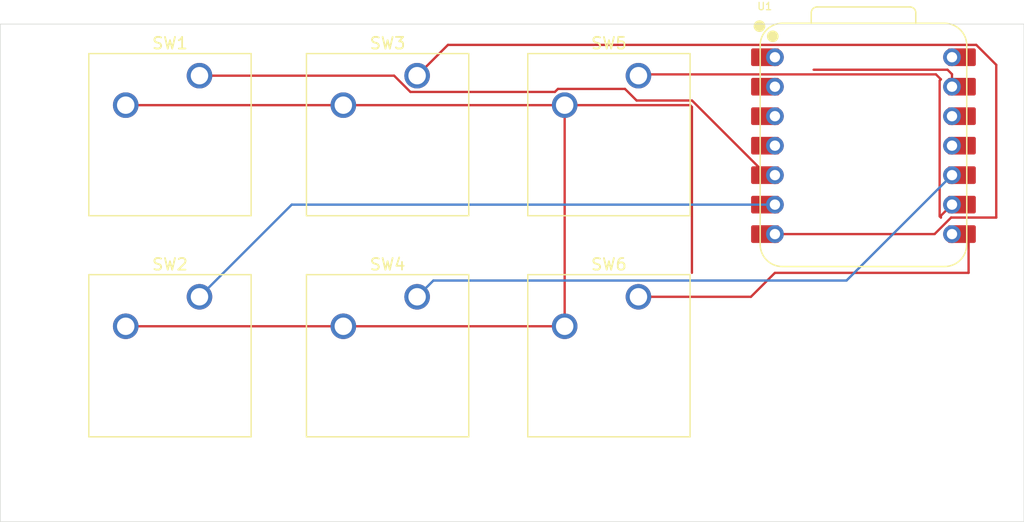
<source format=kicad_pcb>
(kicad_pcb (version 20240108) (generator "pcbnew") (generator_version "8.0")
  (layers (0 "F.Cu" signal) (31 "B.Cu" signal) (34 "B.Paste" user) (35 "F.Paste" user) (36 "B.SilkS" user "B.Silkscreen") (37 "F.SilkS" user "F.Silkscreen") (38 "B.Mask" user) (39 "F.Mask" user) (44 "Edge.Cuts" user))
  (net 0 "")
  (net 1 "GND")
  (net 2 "Net-(U1-GPIO6{slash}SDA)")
  (net 3 "Net-(U1-GPIO7{slash}SCL)")
  (net 4 "Net-(U1-GPIO0{slash}TX)")
  (net 5 "Net-(U1-GPIO4{slash}MISO)")
  (net 6 "Net-(U1-GPIO2{slash}SCK)")
  (net 7 "Net-(U1-GPIO1{slash}RX)")
  (net 8 "+5V")
  (footprint "Button_Switch_Keyboard:SW_Cherry_MX_1.00u_PCB" (layer "F.Cu") (at 67.15125 52.07)
    (property "Reference" "SW1" (at -2.54 -2.794 0) (layer "F.SilkS"))
    (property "Value" "SW_Push")
    (fp_line (start -9.525 -1.905) (end 4.445 -1.905) (stroke (width 0.12)) (layer "F.SilkS"))
    (fp_line (start -9.525 12.065) (end -9.525 -1.905) (stroke (width 0.12)) (layer "F.SilkS"))
    (fp_line (start 4.445 -1.905) (end 4.445 12.065) (stroke (width 0.12)) (layer "F.SilkS"))
    (fp_line (start 4.445 12.065) (end -9.525 12.065) (stroke (width 0.12)) (layer "F.SilkS"))
    (pad "" np_thru_hole circle (at -7.62 5.08) (size 1.7 1.7) (drill 1.7) (layers "*.Cu" "*.Mask"))
    (pad "" np_thru_hole circle (at -2.54 5.08) (size 4 4) (drill 4) (layers "*.Cu" "*.Mask"))
    (pad "" np_thru_hole circle (at 2.54 5.08) (size 1.7 1.7) (drill 1.7) (layers "*.Cu" "*.Mask"))
    (pad "1" thru_hole circle (at 0 0) (size 2.2 2.2) (drill 1.5) (layers "*.Cu" "*.Mask") (net 2 "Net-(U1-GPIO6{slash}SDA)"))
    (pad "2" thru_hole circle (at -6.35 2.54) (size 2.2 2.2) (drill 1.5) (layers "*.Cu" "*.Mask") (net 1 "GND"))
  )
  (footprint "Button_Switch_Keyboard:SW_Cherry_MX_1.00u_PCB" (layer "F.Cu") (at 85.88375 52.07)
    (property "Reference" "SW3" (at -2.54 -2.794 0) (layer "F.SilkS"))
    (property "Value" "SW_Push")
    (fp_line (start -9.525 -1.905) (end 4.445 -1.905) (stroke (width 0.12)) (layer "F.SilkS"))
    (fp_line (start -9.525 12.065) (end -9.525 -1.905) (stroke (width 0.12)) (layer "F.SilkS"))
    (fp_line (start 4.445 -1.905) (end 4.445 12.065) (stroke (width 0.12)) (layer "F.SilkS"))
    (fp_line (start 4.445 12.065) (end -9.525 12.065) (stroke (width 0.12)) (layer "F.SilkS"))
    (pad "" np_thru_hole circle (at -7.62 5.08) (size 1.7 1.7) (drill 1.7) (layers "*.Cu" "*.Mask"))
    (pad "" np_thru_hole circle (at -2.54 5.08) (size 4 4) (drill 4) (layers "*.Cu" "*.Mask"))
    (pad "" np_thru_hole circle (at 2.54 5.08) (size 1.7 1.7) (drill 1.7) (layers "*.Cu" "*.Mask"))
    (pad "1" thru_hole circle (at 0 0) (size 2.2 2.2) (drill 1.5) (layers "*.Cu" "*.Mask") (net 4 "Net-(U1-GPIO0{slash}TX)"))
    (pad "2" thru_hole circle (at -6.35 2.54) (size 2.2 2.2) (drill 1.5) (layers "*.Cu" "*.Mask") (net 1 "GND"))
  )
  (footprint "Button_Switch_Keyboard:SW_Cherry_MX_1.00u_PCB" (layer "F.Cu") (at 104.93375 52.07)
    (property "Reference" "SW5" (at -2.54 -2.794 0) (layer "F.SilkS"))
    (property "Value" "SW_Push")
    (fp_line (start -9.525 -1.905) (end 4.445 -1.905) (stroke (width 0.12)) (layer "F.SilkS"))
    (fp_line (start -9.525 12.065) (end -9.525 -1.905) (stroke (width 0.12)) (layer "F.SilkS"))
    (fp_line (start 4.445 -1.905) (end 4.445 12.065) (stroke (width 0.12)) (layer "F.SilkS"))
    (fp_line (start 4.445 12.065) (end -9.525 12.065) (stroke (width 0.12)) (layer "F.SilkS"))
    (pad "" np_thru_hole circle (at -7.62 5.08) (size 1.7 1.7) (drill 1.7) (layers "*.Cu" "*.Mask"))
    (pad "" np_thru_hole circle (at -2.54 5.08) (size 4 4) (drill 4) (layers "*.Cu" "*.Mask"))
    (pad "" np_thru_hole circle (at 2.54 5.08) (size 1.7 1.7) (drill 1.7) (layers "*.Cu" "*.Mask"))
    (pad "1" thru_hole circle (at 0 0) (size 2.2 2.2) (drill 1.5) (layers "*.Cu" "*.Mask") (net 6 "Net-(U1-GPIO2{slash}SCK)"))
    (pad "2" thru_hole circle (at -6.35 2.54) (size 2.2 2.2) (drill 1.5) (layers "*.Cu" "*.Mask") (net 1 "GND"))
  )
  (footprint "Button_Switch_Keyboard:SW_Cherry_MX_1.00u_PCB" (layer "F.Cu") (at 85.88375 71.12)
    (property "Reference" "SW4" (at -2.54 -2.794 0) (layer "F.SilkS"))
    (property "Value" "SW_Push")
    (fp_line (start -9.525 -1.905) (end 4.445 -1.905) (stroke (width 0.12)) (layer "F.SilkS"))
    (fp_line (start -9.525 12.065) (end -9.525 -1.905) (stroke (width 0.12)) (layer "F.SilkS"))
    (fp_line (start 4.445 -1.905) (end 4.445 12.065) (stroke (width 0.12)) (layer "F.SilkS"))
    (fp_line (start 4.445 12.065) (end -9.525 12.065) (stroke (width 0.12)) (layer "F.SilkS"))
    (pad "" np_thru_hole circle (at -7.62 5.08) (size 1.7 1.7) (drill 1.7) (layers "*.Cu" "*.Mask"))
    (pad "" np_thru_hole circle (at -2.54 5.08) (size 4 4) (drill 4) (layers "*.Cu" "*.Mask"))
    (pad "" np_thru_hole circle (at 2.54 5.08) (size 1.7 1.7) (drill 1.7) (layers "*.Cu" "*.Mask"))
    (pad "1" thru_hole circle (at 0 0) (size 2.2 2.2) (drill 1.5) (layers "*.Cu" "*.Mask") (net 5 "Net-(U1-GPIO4{slash}MISO)"))
    (pad "2" thru_hole circle (at -6.35 2.54) (size 2.2 2.2) (drill 1.5) (layers "*.Cu" "*.Mask") (net 1 "GND"))
  )
  (footprint "Seeed Studio XIAO Series Library:XIAO-RP2040-DIP" (layer "F.Cu") (at 124.30125 58.1)
    (property "Reference" "U1" (at -8.5 -12 0) (layer "F.SilkS") (effects (font (size 0.635 0.635) (thickness 0.1016))))
    (property "Value" "XIAO-RP2040-DIP")
    (fp_line (start -8.89 8.509) (end -8.89 -8.636) (stroke (width 0.127)) (layer "F.SilkS"))
    (fp_line (start -6.985 10.414) (end 6.985 10.414) (stroke (width 0.127)) (layer "F.SilkS"))
    (fp_line (start -4.495 -10.541) (end -4.491272 -11.451272) (stroke (width 0.127)) (layer "F.SilkS"))
    (fp_line (start -3.991272 -11.951) (end 4.004 -11.951) (stroke (width 0.127)) (layer "F.SilkS"))
    (fp_line (start 4.504 -11.451) (end 4.504 -10.541) (stroke (width 0.127)) (layer "F.SilkS"))
    (fp_line (start 6.985 -10.541) (end -6.985 -10.541) (stroke (width 0.1)) (layer "F.SilkS"))
    (fp_line (start 6.985 -10.541) (end -6.985 -10.541) (stroke (width 0.127)) (layer "F.SilkS"))
    (fp_line (start 8.89 8.509) (end 8.89 -8.636) (stroke (width 0.127)) (layer "F.SilkS"))
    (fp_arc (start -8.89 -8.636) (mid -8.332038 -9.983038) (end -6.985 -10.541) (stroke (width 0.127)) (layer "F.SilkS"))
    (fp_arc (start -6.985 10.414) (mid -8.332038 9.856038) (end -8.89 8.509) (stroke (width 0.127)) (layer "F.SilkS"))
    (fp_arc (start -4.491272 -11.451272) (mid -4.344724 -11.804644) (end -3.991272 -11.951) (stroke (width 0.127)) (layer "F.SilkS"))
    (fp_arc (start 4.004 -11.951) (mid 4.357553 -11.804553) (end 4.504 -11.451) (stroke (width 0.127)) (layer "F.SilkS"))
    (fp_arc (start 6.985 -10.541) (mid 8.332038 -9.983038) (end 8.89 -8.636) (stroke (width 0.127)) (layer "F.SilkS"))
    (fp_arc (start 8.89 8.509) (mid 8.332038 9.856038) (end 6.985 10.414) (stroke (width 0.127)) (layer "F.SilkS"))
    (fp_circle (center -8.95 -10.3) (end -8.95 -10.554) (stroke (width 0.5)) (fill solid) (layer "F.SilkS"))
    (fp_circle (center -7.807 -9.42) (end -7.807 -9.674) (stroke (width 0.5)) (fill solid) (layer "F.SilkS"))
    (pad "1" smd roundrect (at -8.455 -7.62 180) (size 2.432 1.524) (layers "F.Cu" "F.Mask") (roundrect_rratio 0.1))
    (pad "1" thru_hole circle (at -7.62 -7.62 180) (size 1.524 1.524) (drill 0.889) (layers "*.Cu" "*.Mask"))
    (pad "2" smd roundrect (at -8.455 -5.08 180) (size 2.432 1.524) (layers "F.Cu" "F.Mask") (roundrect_rratio 0.1))
    (pad "2" thru_hole circle (at -7.62 -5.08 180) (size 1.524 1.524) (drill 0.889) (layers "*.Cu" "*.Mask"))
    (pad "3" smd roundrect (at -8.455 -2.54 180) (size 2.432 1.524) (layers "F.Cu" "F.Mask") (roundrect_rratio 0.1))
    (pad "3" thru_hole circle (at -7.62 -2.54 180) (size 1.524 1.524) (drill 0.889) (layers "*.Cu" "*.Mask"))
    (pad "4" smd roundrect (at -8.455 0 180) (size 2.432 1.524) (layers "F.Cu" "F.Mask") (roundrect_rratio 0.1))
    (pad "4" thru_hole circle (at -7.62 0 180) (size 1.524 1.524) (drill 0.889) (layers "*.Cu" "*.Mask"))
    (pad "5" smd roundrect (at -8.455 2.54 180) (size 2.432 1.524) (layers "F.Cu" "F.Mask") (roundrect_rratio 0.1) (net 2 "Net-(U1-GPIO6{slash}SDA)"))
    (pad "5" thru_hole circle (at -7.62 2.54 180) (size 1.524 1.524) (drill 0.889) (layers "*.Cu" "*.Mask") (net 2 "Net-(U1-GPIO6{slash}SDA)"))
    (pad "6" smd roundrect (at -8.455 5.08 180) (size 2.432 1.524) (layers "F.Cu" "F.Mask") (roundrect_rratio 0.1) (net 3 "Net-(U1-GPIO7{slash}SCL)"))
    (pad "6" thru_hole circle (at -7.62 5.08 180) (size 1.524 1.524) (drill 0.889) (layers "*.Cu" "*.Mask") (net 3 "Net-(U1-GPIO7{slash}SCL)"))
    (pad "7" smd roundrect (at -8.455 7.62 180) (size 2.432 1.524) (layers "F.Cu" "F.Mask") (roundrect_rratio 0.1) (net 4 "Net-(U1-GPIO0{slash}TX)"))
    (pad "7" thru_hole circle (at -7.62 7.62 180) (size 1.524 1.524) (drill 0.889) (layers "*.Cu" "*.Mask") (net 4 "Net-(U1-GPIO0{slash}TX)"))
    (pad "8" thru_hole circle (at 7.62 7.62) (size 1.524 1.524) (drill 0.889) (layers "*.Cu" "*.Mask") (net 7 "Net-(U1-GPIO1{slash}RX)"))
    (pad "8" smd roundrect (at 8.455 7.62) (size 2.432 1.524) (layers "F.Cu" "F.Mask") (roundrect_rratio 0.1) (net 7 "Net-(U1-GPIO1{slash}RX)"))
    (pad "9" thru_hole circle (at 7.62 5.08) (size 1.524 1.524) (drill 0.889) (layers "*.Cu" "*.Mask") (net 6 "Net-(U1-GPIO2{slash}SCK)"))
    (pad "9" smd roundrect (at 8.455 5.08) (size 2.432 1.524) (layers "F.Cu" "F.Mask") (roundrect_rratio 0.1) (net 6 "Net-(U1-GPIO2{slash}SCK)"))
    (pad "10" thru_hole circle (at 7.62 2.54) (size 1.524 1.524) (drill 0.889) (layers "*.Cu" "*.Mask") (net 5 "Net-(U1-GPIO4{slash}MISO)"))
    (pad "10" smd roundrect (at 8.455 2.54) (size 2.432 1.524) (layers "F.Cu" "F.Mask") (roundrect_rratio 0.1) (net 5 "Net-(U1-GPIO4{slash}MISO)"))
    (pad "11" thru_hole circle (at 7.62 0) (size 1.524 1.524) (drill 0.889) (layers "*.Cu" "*.Mask"))
    (pad "11" smd roundrect (at 8.455 0) (size 2.432 1.524) (layers "F.Cu" "F.Mask") (roundrect_rratio 0.1))
    (pad "12" thru_hole circle (at 7.62 -2.54) (size 1.524 1.524) (drill 0.889) (layers "*.Cu" "*.Mask"))
    (pad "12" smd roundrect (at 8.455 -2.54) (size 2.432 1.524) (layers "F.Cu" "F.Mask") (roundrect_rratio 0.1))
    (pad "13" thru_hole circle (at 7.62 -5.08) (size 1.524 1.524) (drill 0.889) (layers "*.Cu" "*.Mask") (net 1 "GND"))
    (pad "13" smd roundrect (at 8.455 -5.08) (size 2.432 1.524) (layers "F.Cu" "F.Mask") (roundrect_rratio 0.1) (net 1 "GND"))
    (pad "14" thru_hole circle (at 7.62 -7.62) (size 1.524 1.524) (drill 0.889) (layers "*.Cu" "*.Mask") (net 8 "+5V"))
    (pad "14" smd roundrect (at 8.455 -7.62) (size 2.432 1.524) (layers "F.Cu" "F.Mask") (roundrect_rratio 0.1) (net 8 "+5V"))
  )
  (footprint "Button_Switch_Keyboard:SW_Cherry_MX_1.00u_PCB" (layer "F.Cu") (at 67.15125 71.12)
    (property "Reference" "SW2" (at -2.54 -2.794 0) (layer "F.SilkS"))
    (property "Value" "SW_Push")
    (fp_line (start -9.525 -1.905) (end 4.445 -1.905) (stroke (width 0.12)) (layer "F.SilkS"))
    (fp_line (start -9.525 12.065) (end -9.525 -1.905) (stroke (width 0.12)) (layer "F.SilkS"))
    (fp_line (start 4.445 -1.905) (end 4.445 12.065) (stroke (width 0.12)) (layer "F.SilkS"))
    (fp_line (start 4.445 12.065) (end -9.525 12.065) (stroke (width 0.12)) (layer "F.SilkS"))
    (pad "" np_thru_hole circle (at -7.62 5.08) (size 1.7 1.7) (drill 1.7) (layers "*.Cu" "*.Mask"))
    (pad "" np_thru_hole circle (at -2.54 5.08) (size 4 4) (drill 4) (layers "*.Cu" "*.Mask"))
    (pad "" np_thru_hole circle (at 2.54 5.08) (size 1.7 1.7) (drill 1.7) (layers "*.Cu" "*.Mask"))
    (pad "1" thru_hole circle (at 0 0) (size 2.2 2.2) (drill 1.5) (layers "*.Cu" "*.Mask") (net 3 "Net-(U1-GPIO7{slash}SCL)"))
    (pad "2" thru_hole circle (at -6.35 2.54) (size 2.2 2.2) (drill 1.5) (layers "*.Cu" "*.Mask") (net 1 "GND"))
  )
  (footprint "Button_Switch_Keyboard:SW_Cherry_MX_1.00u_PCB" (layer "F.Cu") (at 104.93375 71.12)
    (property "Reference" "SW6" (at -2.54 -2.794 0) (layer "F.SilkS"))
    (property "Value" "SW_Push")
    (fp_line (start -9.525 -1.905) (end 4.445 -1.905) (stroke (width 0.12)) (layer "F.SilkS"))
    (fp_line (start -9.525 12.065) (end -9.525 -1.905) (stroke (width 0.12)) (layer "F.SilkS"))
    (fp_line (start 4.445 -1.905) (end 4.445 12.065) (stroke (width 0.12)) (layer "F.SilkS"))
    (fp_line (start 4.445 12.065) (end -9.525 12.065) (stroke (width 0.12)) (layer "F.SilkS"))
    (pad "" np_thru_hole circle (at -7.62 5.08) (size 1.7 1.7) (drill 1.7) (layers "*.Cu" "*.Mask"))
    (pad "" np_thru_hole circle (at -2.54 5.08) (size 4 4) (drill 4) (layers "*.Cu" "*.Mask"))
    (pad "" np_thru_hole circle (at 2.54 5.08) (size 1.7 1.7) (drill 1.7) (layers "*.Cu" "*.Mask"))
    (pad "1" thru_hole circle (at 0 0) (size 2.2 2.2) (drill 1.5) (layers "*.Cu" "*.Mask") (net 7 "Net-(U1-GPIO1{slash}RX)"))
    (pad "2" thru_hole circle (at -6.35 2.54) (size 2.2 2.2) (drill 1.5) (layers "*.Cu" "*.Mask") (net 1 "GND"))
  )
  (gr_rect (start 50.00625 47.625) (end 138.1125 90.4875) (stroke (width 0.05)) (fill none) (layer "Edge.Cuts"))
  (segment (start 79.53375 54.61) (end 98.58375 54.61) (width 0.2) (layer "F.Cu") (net 1))
  (segment (start 131.92125 51.94237) (end 131.53688 51.558) (width 0.2) (layer "F.Cu") (net 1))
  (segment (start 98.58375 73.66) (end 79.53375 73.66) (width 0.2) (layer "F.Cu") (net 1))
  (segment (start 132.55375 52.3875) (end 131.92125 53.02) (width 0.2) (layer "F.Cu") (net 1))
  (segment (start 131.92125 53.02) (end 131.92125 51.94237) (width 0.2) (layer "F.Cu") (net 1))
  (segment (start 109.5375 54.76875) (end 109.5375 69.05625) (width 0.2) (layer "F.Cu") (net 1))
  (segment (start 60.80125 54.61) (end 79.53375 54.61) (width 0.2) (layer "F.Cu") (net 1))
  (segment (start 98.58375 54.61) (end 98.58375 73.66) (width 0.2) (layer "F.Cu") (net 1))
  (segment (start 131.53688 51.558) (end 120.01425 51.558) (width 0.2) (layer "F.Cu") (net 1))
  (segment (start 109.37875 54.61) (end 109.5375 54.76875) (width 0.2) (layer "F.Cu") (net 1))
  (segment (start 79.53375 73.66) (end 60.80125 73.66) (width 0.2) (layer "F.Cu") (net 1))
  (segment (start 98.58375 54.61) (end 109.37875 54.61) (width 0.2) (layer "F.Cu") (net 1))
  (segment (start 67.15125 52.07) (end 83.903851 52.07) (width 0.2) (layer "F.Cu") (net 2))
  (segment (start 109.544436 54.21) (end 115.974436 60.64) (width 0.2) (layer "F.Cu") (net 2))
  (segment (start 83.903851 52.07) (end 85.303851 53.47) (width 0.2) (layer "F.Cu") (net 2))
  (segment (start 115.974436 60.64) (end 116.68125 60.64) (width 0.2) (layer "F.Cu") (net 2))
  (segment (start 98.003851 53.21) (end 103.775 53.21) (width 0.2) (layer "F.Cu") (net 2))
  (segment (start 103.775 53.21) (end 104.775 54.21) (width 0.2) (layer "F.Cu") (net 2))
  (segment (start 104.775 54.21) (end 109.544436 54.21) (width 0.2) (layer "F.Cu") (net 2))
  (segment (start 97.743851 53.47) (end 98.003851 53.21) (width 0.2) (layer "F.Cu") (net 2))
  (segment (start 85.303851 53.47) (end 97.743851 53.47) (width 0.2) (layer "F.Cu") (net 2))
  (segment (start 116.68125 63.18) (end 75.09125 63.18) (width 0.2) (layer "B.Cu") (net 3))
  (segment (start 75.09125 63.18) (end 67.15125 71.12) (width 0.2) (layer "B.Cu") (net 3))
  (segment (start 135.73125 51.137786) (end 134.011464 49.418) (width 0.2) (layer "F.Cu") (net 4))
  (segment (start 130.419355 65.72) (end 131.845605 64.29375) (width 0.2) (layer "F.Cu") (net 4))
  (segment (start 135.73125 64.29375) (end 135.73125 51.137786) (width 0.2) (layer "F.Cu") (net 4))
  (segment (start 116.68125 65.72) (end 130.419355 65.72) (width 0.2) (layer "F.Cu") (net 4))
  (segment (start 88.53575 49.418) (end 85.88375 52.07) (width 0.2) (layer "F.Cu") (net 4))
  (segment (start 131.845605 64.29375) (end 135.73125 64.29375) (width 0.2) (layer "F.Cu") (net 4))
  (segment (start 134.011464 49.418) (end 88.53575 49.418) (width 0.2) (layer "F.Cu") (net 4))
  (segment (start 85.88375 71.12) (end 87.28375 69.72) (width 0.2) (layer "B.Cu") (net 5))
  (segment (start 87.28375 69.72) (end 122.84125 69.72) (width 0.2) (layer "B.Cu") (net 5))
  (segment (start 122.84125 69.72) (end 131.92125 60.64) (width 0.2) (layer "B.Cu") (net 5))
  (segment (start 130.85925 64.18425) (end 130.96875 64.29375) (width 0.2) (layer "F.Cu") (net 6))
  (segment (start 130.96875 64.1325) (end 131.92125 63.18) (width 0.2) (layer "F.Cu") (net 6))
  (segment (start 105.04575 51.958) (end 130.53925 51.958) (width 0.2) (layer "F.Cu") (net 6))
  (segment (start 130.85925 52.497) (end 130.85925 64.18425) (width 0.2) (layer "F.Cu") (net 6))
  (segment (start 104.93375 52.07) (end 105.04575 51.958) (width 0.2) (layer "F.Cu") (net 6))
  (segment (start 130.96875 64.29375) (end 130.96875 64.1325) (width 0.2) (layer "F.Cu") (net 6))
  (segment (start 130.53925 51.958) (end 130.96875 52.3875) (width 0.2) (layer "F.Cu") (net 6))
  (segment (start 130.96875 52.3875) (end 130.85925 52.497) (width 0.2) (layer "F.Cu") (net 6))
  (segment (start 104.93375 71.12) (end 114.6175 71.12) (width 0.2) (layer "F.Cu") (net 7))
  (segment (start 133.35 66.31375) (end 132.75625 65.72) (width 0.2) (layer "F.Cu") (net 7))
  (segment (start 116.68125 69.05625) (end 133.35 69.05625) (width 0.2) (layer "F.Cu") (net 7))
  (segment (start 133.35 69.05625) (end 133.35 66.31375) (width 0.2) (layer "F.Cu") (net 7))
  (segment (start 114.6175 71.12) (end 116.68125 69.05625) (width 0.2) (layer "F.Cu") (net 7))
)
</source>
